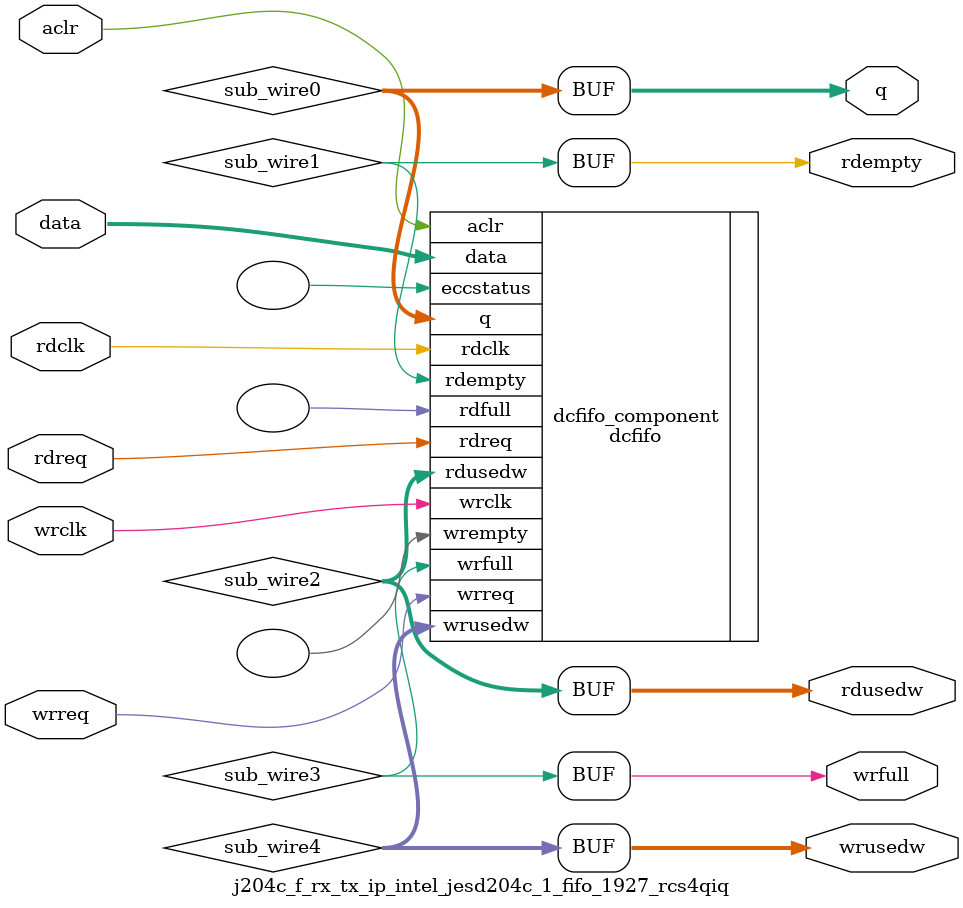
<source format=v>



`timescale 1 ps / 1 ps
// synopsys translate_on
module  j204c_f_rx_tx_ip_intel_jesd204c_1_fifo_1927_rcs4qiq  (
    aclr,
    data,
    rdclk,
    rdreq,
    wrclk,
    wrreq,
    q,
    rdempty,
    rdusedw,
    wrfull,
    wrusedw);

    input    aclr;
    input  [131:0]  data;
    input    rdclk;
    input    rdreq;
    input    wrclk;
    input    wrreq;
    output [131:0]  q;
    output   rdempty;
    output [2:0]  rdusedw;
    output   wrfull;
    output [2:0]  wrusedw;
`ifndef ALTERA_RESERVED_QIS
// synopsys translate_off
`endif
    tri0     aclr;
`ifndef ALTERA_RESERVED_QIS
// synopsys translate_on
`endif

    wire [131:0] sub_wire0;
    wire  sub_wire1;
    wire [2:0] sub_wire2;
    wire  sub_wire3;
    wire [2:0] sub_wire4;
    wire [131:0] q = sub_wire0[131:0];
    wire  rdempty = sub_wire1;
    wire [2:0] rdusedw = sub_wire2[2:0];
    wire  wrfull = sub_wire3;
    wire [2:0] wrusedw = sub_wire4[2:0];

    dcfifo  dcfifo_component (
                .aclr (aclr),
                .data (data),
                .rdclk (rdclk),
                .rdreq (rdreq),
                .wrclk (wrclk),
                .wrreq (wrreq),
                .q (sub_wire0),
                .rdempty (sub_wire1),
                .rdusedw (sub_wire2),
                .wrfull (sub_wire3),
                .wrusedw (sub_wire4),
                .eccstatus (),
                .rdfull (),
                .wrempty ());
    defparam
        dcfifo_component.enable_ecc  = "FALSE",
        dcfifo_component.intended_device_family  = "Agilex 7",
        dcfifo_component.lpm_hint  = "RAM_BLOCK_TYPE=MLAB,DISABLE_DCFIFO_EMBEDDED_TIMING_CONSTRAINT=TRUE",
        dcfifo_component.lpm_numwords  = 8,
        dcfifo_component.lpm_showahead  = "OFF",
        dcfifo_component.lpm_type  = "dcfifo",
        dcfifo_component.lpm_width  = 132,
        dcfifo_component.lpm_widthu  = 3,
        dcfifo_component.overflow_checking  = "ON",
        dcfifo_component.rdsync_delaypipe  = 4,
        dcfifo_component.read_aclr_synch  = "ON",
        dcfifo_component.underflow_checking  = "ON",
        dcfifo_component.use_eab  = "ON",
        dcfifo_component.write_aclr_synch  = "ON",
        dcfifo_component.wrsync_delaypipe  = 4;


endmodule



</source>
